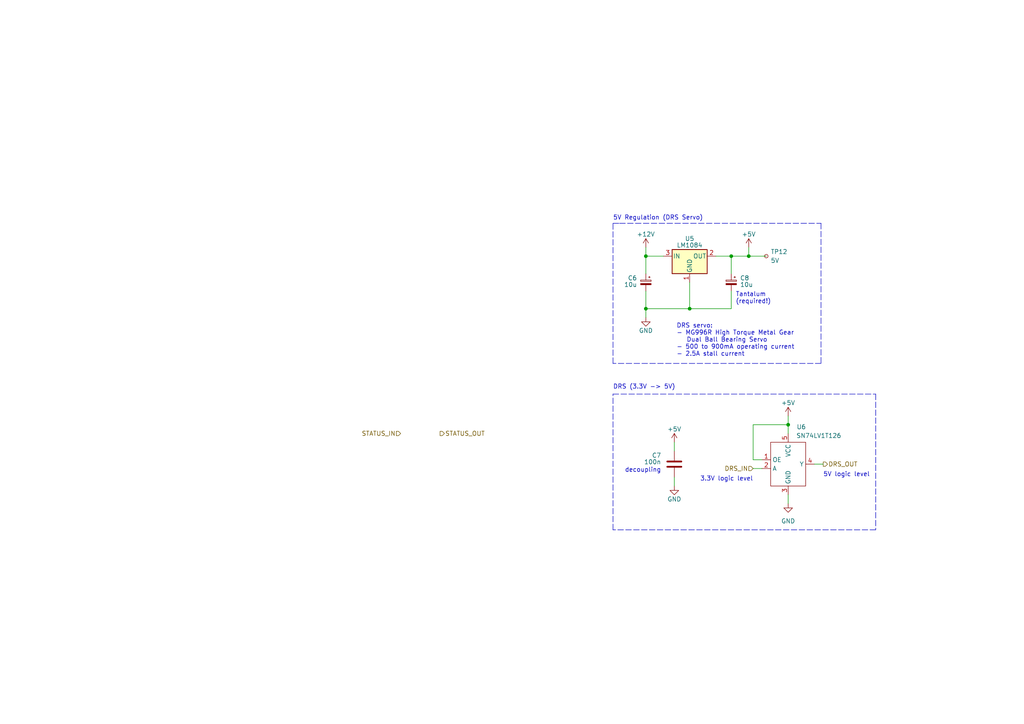
<source format=kicad_sch>
(kicad_sch (version 20211123) (generator eeschema)
  (paper "A4")
  (lib_symbols
    (symbol "Connector:TestPoint_Small" (pin_numbers hide) (pin_names (offset 0.762) hide)
      (property "Reference" "TP" (at 0 3.81 0))
      (property "Value" "TestPoint_Small" (at 0 2.032 0))
      (symbol "TestPoint_Small_0_1"
        (circle (center 0 0) (radius 0.508))
      )
      (symbol "TestPoint_Small_1_1"
        (pin passive line (at 0 0 90) (length 0) (name "1") (number "1"))
      )
    )
    (symbol "Device:C" (pin_numbers hide) (pin_names (offset 0.254))
      (property "Reference" "C" (at 0.635 2.54 0))
      (property "Value" "C" (at 0.635 -2.54 0))
      (symbol "C_0_1"
        (polyline (pts (xy -2.032 -0.762) (xy 2.032 -0.762)) (stroke (width 0.508)))
        (polyline (pts (xy -2.032 0.762) (xy 2.032 0.762)) (stroke (width 0.508)))
      )
      (symbol "C_1_1"
        (pin passive line (at 0 3.81 270) (length 2.794) (name "~") (number "1"))
        (pin passive line (at 0 -3.81 90) (length 2.794) (name "~") (number "2"))
      )
    )
    (symbol "Device:C_Polarized_Small" (pin_numbers hide) (pin_names (offset 0.254) hide)
      (property "Reference" "C" (at 0.254 1.778 0))
      (property "Value" "C_Polarized_Small" (at 0.254 -2.032 0))
      (symbol "C_Polarized_Small_0_1"
        (rectangle (start -1.524 -0.3048) (end 1.524 -0.6858) (fill (type outline)))
        (rectangle (start -1.524 0.6858) (end 1.524 0.3048))
        (polyline (pts (xy -1.27 1.524) (xy -0.762 1.524)))
        (polyline (pts (xy -1.016 1.27) (xy -1.016 1.778)))
      )
      (symbol "C_Polarized_Small_1_1"
        (pin passive line (at 0 2.54 270) (length 1.8542) (name "~") (number "1"))
        (pin passive line (at 0 -2.54 90) (length 1.8542) (name "~") (number "2"))
      )
    )
    (symbol "SUFST:LM1084" (pin_names (offset 0.254))
      (property "Reference" "U" (at -3.81 3.175 0))
      (property "Value" "LM1084" (at 0 3.175 0))
      (symbol "LM1084_0_1"
        (rectangle (start -5.08 1.905) (end 5.08 -5.08) (stroke (width 0.254)) (fill (type background)))
      )
      (symbol "LM1084_1_1"
        (pin power_in line (at 0 -7.62 90) (length 2.54) (name "GND") (number "1"))
        (pin power_out line (at 7.62 0 180) (length 2.54) (name "OUT") (number "2"))
        (pin power_in line (at -7.62 0 0) (length 2.54) (name "IN") (number "3"))
      )
    )
    (symbol "power:+12V" (power) (pin_names (offset 0))
      (property "Value" "+12V" (at 0 3.556 0))
      (symbol "+12V_0_1"
        (polyline (pts (xy -0.762 1.27) (xy 0 2.54)))
        (polyline (pts (xy 0 0) (xy 0 2.54)))
        (polyline (pts (xy 0 2.54) (xy 0.762 1.27)))
      )
      (symbol "+12V_1_1"
        (pin power_in line (at 0 0 90) (length 0) hide (name "+12V") (number "1"))
      )
    )
    (symbol "power:+5V" (power) (pin_names (offset 0))
      (property "Value" "+5V" (at 0 3.556 0))
      (symbol "+5V_0_1"
        (polyline (pts (xy -0.762 1.27) (xy 0 2.54)))
        (polyline (pts (xy 0 0) (xy 0 2.54)))
        (polyline (pts (xy 0 2.54) (xy 0.762 1.27)))
      )
      (symbol "+5V_1_1"
        (pin power_in line (at 0 0 90) (length 0) hide (name "+5V") (number "1"))
      )
    )
    (symbol "power:GND" (power) (pin_names (offset 0))
      (property "Value" "GND" (at 0 -3.81 0))
      (symbol "GND_0_1"
        (polyline (pts (xy 0 0) (xy 0 -1.27) (xy 1.27 -1.27) (xy 0 -2.54) (xy -1.27 -1.27) (xy 0 -1.27)))
      )
      (symbol "GND_1_1"
        (pin power_in line (at 0 0 270) (length 0) hide (name "GND") (number "1"))
      )
    )
    (symbol "sufst-lib:SN74LV1T126"
      (property "Reference" "U" (at 2.54 10.16 0))
      (property "Value" "SN74LV1T126" (at 8.255 8.255 0))
      (symbol "SN74LV1T126_0_1"
        (rectangle (start -5.08 6.35) (end 5.08 -6.35))
      )
      (symbol "SN74LV1T126_1_1"
        (pin input line (at -7.62 1.27 0) (length 2.54) (name "OE") (number "1"))
        (pin input line (at -7.62 -1.27 0) (length 2.54) (name "A") (number "2"))
        (pin power_in line (at 0 -8.89 90) (length 2.54) (name "GND") (number "3"))
        (pin output line (at 7.62 0 180) (length 2.54) (name "Y") (number "4"))
        (pin power_in line (at 0 8.89 270) (length 2.54) (name "VCC") (number "5"))
      )
    )
  )
  (junction (at 187.325 74.295))
  (junction (at 217.17 74.295))
  (junction (at 212.09 74.295))
  (junction (at 228.6 123.19))
  (junction (at 187.325 89.535))
  (junction (at 200.025 89.535))
  (polyline (pts (xy 177.8 105.41) (xy 177.8 64.77)))
  (wire (pts (xy 218.44 135.89) (xy 220.98 135.89)))
  (polyline (pts (xy 238.125 105.41) (xy 177.8 105.41)))
  (polyline (pts (xy 177.8 114.3) (xy 254 114.3)))
  (wire (pts (xy 187.325 89.535) (xy 200.025 89.535)))
  (polyline (pts (xy 177.8 64.77) (xy 179.705 64.77)))
  (wire (pts (xy 218.44 123.19) (xy 228.6 123.19)))
  (wire (pts (xy 200.025 89.535) (xy 212.09 89.535)))
  (wire (pts (xy 212.09 89.535) (xy 212.09 84.455)))
  (wire (pts (xy 217.17 71.755) (xy 217.17 74.295)))
  (wire (pts (xy 187.325 84.455) (xy 187.325 89.535)))
  (polyline (pts (xy 254 153.67) (xy 177.8 153.67)))
  (polyline (pts (xy 177.8 153.67) (xy 177.8 114.3)))
  (wire (pts (xy 212.09 79.375) (xy 212.09 74.295)))
  (wire (pts (xy 187.325 71.755) (xy 187.325 74.295)))
  (wire (pts (xy 195.58 128.27) (xy 195.58 130.81)))
  (polyline (pts (xy 238.125 64.77) (xy 238.125 105.41)))
  (wire (pts (xy 228.6 123.19) (xy 228.6 125.73)))
  (wire (pts (xy 187.325 74.295) (xy 192.405 74.295)))
  (wire (pts (xy 200.025 81.915) (xy 200.025 89.535)))
  (wire (pts (xy 187.325 89.535) (xy 187.325 92.075)))
  (wire (pts (xy 218.44 133.35) (xy 218.44 123.19)))
  (wire (pts (xy 207.645 74.295) (xy 212.09 74.295)))
  (wire (pts (xy 236.22 134.62) (xy 238.76 134.62)))
  (wire (pts (xy 228.6 143.51) (xy 228.6 146.05)))
  (wire (pts (xy 217.17 74.295) (xy 222.25 74.295)))
  (wire (pts (xy 212.09 74.295) (xy 217.17 74.295)))
  (polyline (pts (xy 254 114.3) (xy 254 153.67)))
  (wire (pts (xy 218.44 133.35) (xy 220.98 133.35)))
  (polyline (pts (xy 179.705 64.77) (xy 238.125 64.77)))
  (wire (pts (xy 187.325 74.295) (xy 187.325 79.375)))
  (wire (pts (xy 195.58 138.43) (xy 195.58 140.97)))
  (wire (pts (xy 228.6 120.65) (xy 228.6 123.19)))
  (text "Tantalum\n(required!)\n" (at 213.36 88.265 0) (effects (font (size 1.27 1.27)) (justify left bottom)))
  (text "3.3V logic level\n" (at 218.44 139.7 180) (effects (font (size 1.27 1.27)) (justify right bottom)))
  (text "5V logic level\n" (at 238.76 138.43 0) (effects (font (size 1.27 1.27)) (justify left bottom)))
  (text "DRS servo:\n- MG996R High Torque Metal Gear \n   Dual Ball Bearing Servo\n- 500 to 900mA operating current\n- 2.5A stall current" (at 196.215 103.505 0) (effects (font (size 1.27 1.27)) (justify left bottom)))
  (text "decoupling\n" (at 191.77 137.1599 180) (effects (font (size 1.27 1.27)) (justify right bottom)))
  (text "5V Regulation (DRS Servo)\n\n" (at 177.8 66.04 0) (effects (font (size 1.27 1.27)) (justify left bottom)))
  (text "DRS (3.3V -> 5V)\n" (at 177.8 113.03 0) (effects (font (size 1.27 1.27)) (justify left bottom)))
  (hierarchical_label "STATUS_IN" (shape input) (at 116.205 125.73 180))
  (hierarchical_label "DRS_OUT" (shape output) (at 238.76 134.62 0))
  (hierarchical_label "DRS_IN" (shape input) (at 218.44 135.89 180))
  (hierarchical_label "STATUS_OUT" (shape output) (at 127.635 125.73 0))
  (symbol (lib_id "power:+12V") (at 187.325 71.755 0) (unit 1)
    (property "Reference" "#PWR041" (effects hide))
    (property "Value" "+12V" (at 187.325 67.945 0))
  )
  (symbol (lib_id "power:+5V") (at 228.6 120.65 0) (unit 1)
    (property "Reference" "#PWR046" (effects hide))
    (property "Value" "+5V" (at 228.6 116.84 0))
  )
  (symbol (lib_id "SUFST:LM1084") (at 200.025 74.295 0) (unit 1)
    (property "Reference" "U5" (at 200.025 69.215 0))
    (property "Value" "LM1084" (at 200.025 71.12 0))
    (property "Footprint" "Package_TO_SOT_THT:TO-220-3_Horizontal_TabDown" (effects hide))
    (property "Datasheet" "https://www.ti.com/lit/ds/symlink/lm1084.pdf" (effects hide))
    (property "Supplier" "Mouser" (effects hide))
    (property "Order Code" "926-LM1084IT50NOPB" (effects hide))
  )
  (symbol (lib_id "power:+5V") (at 217.17 71.755 0) (unit 1)
    (property "Reference" "#PWR045" (effects hide))
    (property "Value" "+5V" (at 217.17 67.945 0))
  )
  (symbol (lib_id "Device:C_Polarized_Small") (at 212.09 81.915 0) (mirror y) (unit 1)
    (property "Reference" "C8" (at 214.63 80.645 0) (effects (justify right)))
    (property "Value" "10u" (at 214.63 82.55 0) (effects (justify right)))
    (property "Footprint" "Capacitor_THT:CP_Radial_D5.0mm_P2.00mm" (effects hide))
  )
  (symbol (lib_id "power:GND") (at 195.58 140.97 0) (unit 1)
    (property "Reference" "#PWR044" (effects hide))
    (property "Value" "GND" (at 195.58 144.78 0))
  )
  (symbol (lib_id "power:+5V") (at 195.58 128.27 0) (unit 1)
    (property "Reference" "#PWR043" (effects hide))
    (property "Value" "+5V" (at 195.58 124.46 0))
  )
  (symbol (lib_id "power:GND") (at 228.6 146.05 0) (unit 1)
    (property "Reference" "#PWR047" (effects hide))
    (property "Value" "GND" (at 228.6 151.13 0))
  )
  (symbol (lib_id "Device:C_Polarized_Small") (at 187.325 81.915 0) (mirror y) (unit 1)
    (property "Reference" "C6" (at 184.785 80.645 0) (effects (justify left)))
    (property "Value" "10u" (at 184.785 82.55 0) (effects (justify left)))
    (property "Footprint" "Capacitor_THT:CP_Radial_D5.0mm_P2.00mm" (effects hide))
    (property "Populate" "True" (effects hide))
    (property "Order Code" "8126941" (effects hide))
    (property "Supplier" "Farnell" (effects hide))
  )
  (symbol (lib_id "sufst-lib:SN74LV1T126") (at 228.6 134.62 0) (unit 1)
    (property "Reference" "U6" (at 232.41 123.825 0))
    (property "Value" "SN74LV1T126" (at 237.49 126.365 0))
    (property "Footprint" "Package_TO_SOT_SMD:SOT-23" (effects hide))
    (property "Datasheet" "https://www.ti.com/lit/ds/symlink/sn74lv1t126.pdf" (effects hide))
  )
  (symbol (lib_id "Device:C") (at 195.58 134.62 180) (unit 1)
    (property "Reference" "C7" (at 191.77 132.08 0) (effects (justify left)))
    (property "Value" "100n" (at 191.77 133.985 0) (effects (justify left)))
  )
  (symbol (lib_id "Connector:TestPoint_Small") (at 222.25 74.295 0) (unit 1)
    (property "Reference" "TP12" (at 223.52 73.0249 0) (effects (justify left)))
    (property "Value" "5V" (at 223.52 75.5649 0) (effects (justify left)))
    (property "Footprint" "TestPoint:TestPoint_Pad_D1.5mm" (effects hide))
    (property "Order Code" "2293786" (effects hide))
    (property "Supplier" "Farnell" (effects hide))
    (property "Populate" "True" (effects hide))
  )
  (symbol (lib_id "power:GND") (at 187.325 92.075 0) (unit 1)
    (property "Reference" "#PWR042" (effects hide))
    (property "Value" "GND" (at 187.325 95.885 0))
  )
)
</source>
